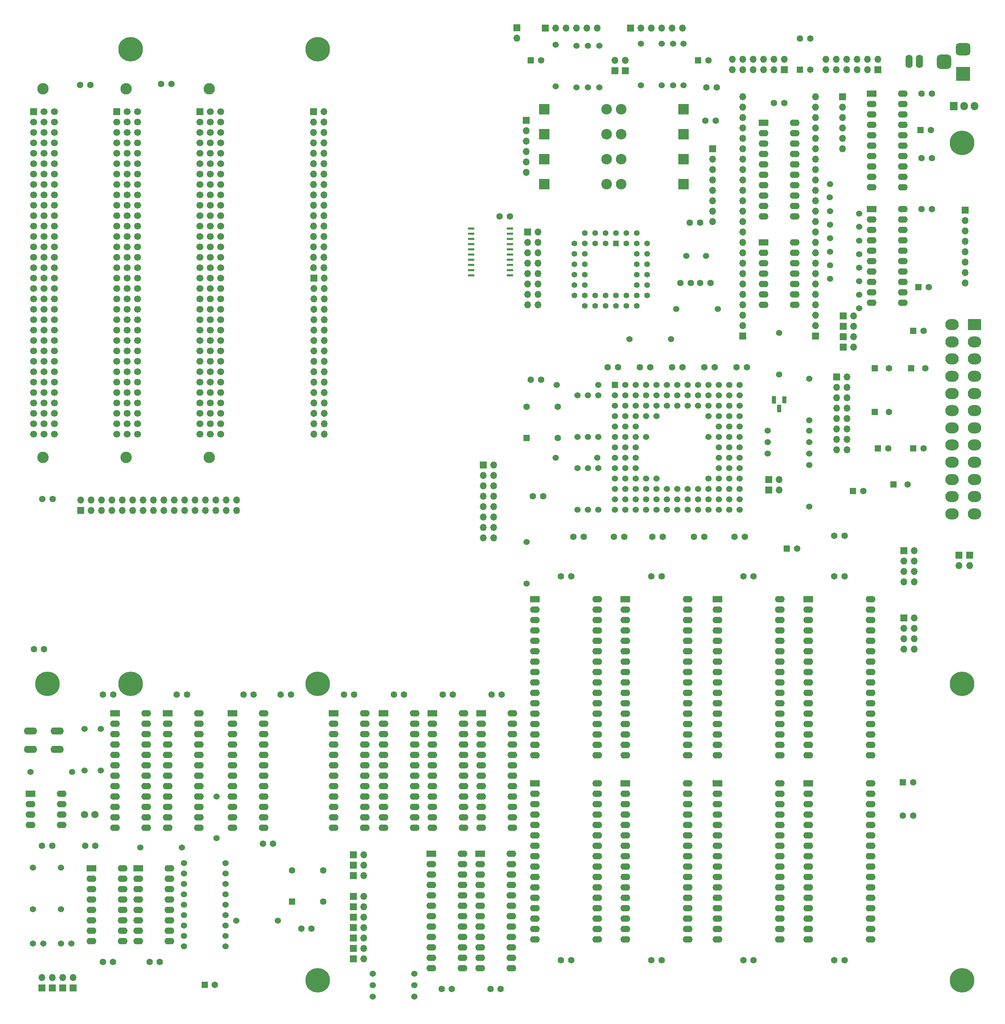
<source format=gbr>
G04 #@! TF.GenerationSoftware,KiCad,Pcbnew,(6.0.0-0)*
G04 #@! TF.CreationDate,2023-11-11T14:38:35+00:00*
G04 #@! TF.ProjectId,rosco_pro_030_proto,726f7363-6f5f-4707-926f-5f3033305f70,p5*
G04 #@! TF.SameCoordinates,Original*
G04 #@! TF.FileFunction,Soldermask,Top*
G04 #@! TF.FilePolarity,Negative*
%FSLAX46Y46*%
G04 Gerber Fmt 4.6, Leading zero omitted, Abs format (unit mm)*
G04 Created by KiCad (PCBNEW (6.0.0-0)) date 2023-11-11 14:38:35*
%MOMM*%
%LPD*%
G01*
G04 APERTURE LIST*
G04 Aperture macros list*
%AMRoundRect*
0 Rectangle with rounded corners*
0 $1 Rounding radius*
0 $2 $3 $4 $5 $6 $7 $8 $9 X,Y pos of 4 corners*
0 Add a 4 corners polygon primitive as box body*
4,1,4,$2,$3,$4,$5,$6,$7,$8,$9,$2,$3,0*
0 Add four circle primitives for the rounded corners*
1,1,$1+$1,$2,$3*
1,1,$1+$1,$4,$5*
1,1,$1+$1,$6,$7*
1,1,$1+$1,$8,$9*
0 Add four rect primitives between the rounded corners*
20,1,$1+$1,$2,$3,$4,$5,0*
20,1,$1+$1,$4,$5,$6,$7,0*
20,1,$1+$1,$6,$7,$8,$9,0*
20,1,$1+$1,$8,$9,$2,$3,0*%
G04 Aperture macros list end*
%ADD10C,1.600000*%
%ADD11R,2.400000X1.600000*%
%ADD12O,2.400000X1.600000*%
%ADD13R,1.422400X1.422400*%
%ADD14C,1.422400*%
%ADD15C,1.803400*%
%ADD16R,1.600000X1.600000*%
%ADD17R,2.600000X2.600000*%
%ADD18O,2.600000X2.600000*%
%ADD19R,1.524000X1.524000*%
%ADD20C,1.524000*%
%ADD21R,1.700000X1.700000*%
%ADD22O,1.700000X1.700000*%
%ADD23R,3.500000X3.500000*%
%ADD24RoundRect,0.750000X-1.000000X0.750000X-1.000000X-0.750000X1.000000X-0.750000X1.000000X0.750000X0*%
%ADD25RoundRect,0.875000X-0.875000X0.875000X-0.875000X-0.875000X0.875000X-0.875000X0.875000X0.875000X0*%
%ADD26O,1.727200X3.251200*%
%ADD27R,1.100000X1.800000*%
%ADD28RoundRect,0.275000X0.275000X0.625000X-0.275000X0.625000X-0.275000X-0.625000X0.275000X-0.625000X0*%
%ADD29C,6.000000*%
%ADD30R,1.905000X2.000000*%
%ADD31O,1.905000X2.000000*%
%ADD32RoundRect,0.250001X-1.399999X1.099999X-1.399999X-1.099999X1.399999X-1.099999X1.399999X1.099999X0*%
%ADD33O,3.300000X2.700000*%
%ADD34R,1.500000X0.600000*%
%ADD35O,3.251200X1.727200*%
%ADD36C,2.800000*%
%ADD37C,1.700000*%
G04 APERTURE END LIST*
D10*
X212809000Y-163704000D03*
X215309000Y-163704000D03*
X235003000Y-163704000D03*
X237503000Y-163704000D03*
X212809000Y-257430000D03*
X215309000Y-257430000D03*
X235003000Y-257430000D03*
X237503000Y-257430000D03*
D11*
X206434000Y-214250000D03*
D12*
X206434000Y-216790000D03*
X206434000Y-219330000D03*
X206434000Y-221870000D03*
X206434000Y-224410000D03*
X206434000Y-226950000D03*
X206434000Y-229490000D03*
X206434000Y-232030000D03*
X206434000Y-234570000D03*
X206434000Y-237110000D03*
X206434000Y-239650000D03*
X206434000Y-242190000D03*
X206434000Y-244730000D03*
X206434000Y-247270000D03*
X206434000Y-249810000D03*
X206434000Y-252350000D03*
X221674000Y-252350000D03*
X221674000Y-249810000D03*
X221674000Y-247270000D03*
X221674000Y-244730000D03*
X221674000Y-242190000D03*
X221674000Y-239650000D03*
X221674000Y-237110000D03*
X221674000Y-234570000D03*
X221674000Y-232030000D03*
X221674000Y-229490000D03*
X221674000Y-226950000D03*
X221674000Y-224410000D03*
X221674000Y-221870000D03*
X221674000Y-219330000D03*
X221674000Y-216790000D03*
X221674000Y-214250000D03*
D13*
X181660000Y-82424000D03*
D14*
X179120000Y-79884000D03*
X179120000Y-82424000D03*
X176580000Y-79884000D03*
X176580000Y-82424000D03*
X174040000Y-79884000D03*
X171500000Y-82424000D03*
X174040000Y-82424000D03*
X171500000Y-84964000D03*
X174040000Y-84964000D03*
X171500000Y-87504000D03*
X174040000Y-87504000D03*
X171500000Y-90044000D03*
X174040000Y-90044000D03*
X171500000Y-92584000D03*
X174040000Y-92584000D03*
X171500000Y-95124000D03*
X174040000Y-97664000D03*
X174040000Y-95124000D03*
X176580000Y-97664000D03*
X176580000Y-95124000D03*
X179120000Y-97664000D03*
X179120000Y-95124000D03*
X181660000Y-97664000D03*
X181660000Y-95124000D03*
X184200000Y-97664000D03*
X184200000Y-95124000D03*
X186740000Y-97664000D03*
X189280000Y-95124000D03*
X186740000Y-95124000D03*
X189280000Y-92584000D03*
X186740000Y-92584000D03*
X189280000Y-90044000D03*
X186740000Y-90044000D03*
X189280000Y-87504000D03*
X186740000Y-87504000D03*
X189280000Y-84964000D03*
X186740000Y-84964000D03*
X189280000Y-82424000D03*
X186740000Y-79884000D03*
X186740000Y-82424000D03*
X184200000Y-79884000D03*
X184200000Y-82424000D03*
X181660000Y-79884000D03*
D10*
X56234800Y-257811000D03*
X58734800Y-257811000D03*
X115173000Y-192533000D03*
X117673000Y-192533000D03*
X139303000Y-192533000D03*
X141803000Y-192533000D03*
D15*
X51777900Y-221882000D03*
X54317900Y-221882000D03*
D10*
X41388500Y-229515000D03*
X43888500Y-229515000D03*
X210616000Y-154052000D03*
X213116000Y-154052000D03*
X190550000Y-154052000D03*
X193050000Y-154052000D03*
X171246000Y-154052000D03*
X173746000Y-154052000D03*
X235000000Y-153798000D03*
X237500000Y-153798000D03*
X39399651Y-181484000D03*
X41899651Y-181484000D03*
X200710000Y-154052000D03*
X203210000Y-154052000D03*
X203250000Y-112650000D03*
X205750000Y-112650000D03*
X99730000Y-192533000D03*
X102230000Y-192533000D03*
D16*
X160832000Y-37720000D03*
D10*
X163332000Y-37720000D03*
X187502000Y-112650000D03*
X190002000Y-112650000D03*
D16*
X223431000Y-156896000D03*
D10*
X225931000Y-156896000D03*
D17*
X198170000Y-61850000D03*
D18*
X182930000Y-61850000D03*
D17*
X198170000Y-67946000D03*
D18*
X182930000Y-67946000D03*
D17*
X198170000Y-49658000D03*
D18*
X182930000Y-49658000D03*
D17*
X164134000Y-55754000D03*
D18*
X179374000Y-55754000D03*
D17*
X164134000Y-61850000D03*
D18*
X179374000Y-61850000D03*
D17*
X164134000Y-49658000D03*
D18*
X179374000Y-49658000D03*
D17*
X164134000Y-67946000D03*
D18*
X179374000Y-67946000D03*
D19*
X181406000Y-116968000D03*
D20*
X183946000Y-116968000D03*
X186486000Y-116968000D03*
X189026000Y-116968000D03*
X191566000Y-116968000D03*
X194106000Y-116968000D03*
X196646000Y-116968000D03*
X199186000Y-116968000D03*
X201726000Y-116968000D03*
X204266000Y-116968000D03*
X206806000Y-116968000D03*
X209346000Y-116968000D03*
X211886000Y-116968000D03*
X181406000Y-119508000D03*
X183946000Y-119508000D03*
X186486000Y-119508000D03*
X189026000Y-119508000D03*
X191566000Y-119508000D03*
X194106000Y-119508000D03*
X196646000Y-119508000D03*
X199186000Y-119508000D03*
X201726000Y-119508000D03*
X204266000Y-119508000D03*
X206806000Y-119508000D03*
X209346000Y-119508000D03*
X211886000Y-119508000D03*
X181406000Y-122048000D03*
X183946000Y-122048000D03*
X186486000Y-122048000D03*
X189026000Y-122048000D03*
X191566000Y-122048000D03*
X194106000Y-122048000D03*
X196646000Y-122048000D03*
X199186000Y-122048000D03*
X201726000Y-122048000D03*
X204266000Y-122048000D03*
X206806000Y-122048000D03*
X209346000Y-122048000D03*
X211886000Y-122048000D03*
X181406000Y-124588000D03*
X183946000Y-124588000D03*
X186486000Y-124588000D03*
X189026000Y-124588000D03*
X191566000Y-124588000D03*
X204266000Y-124588000D03*
X206806000Y-124588000D03*
X209346000Y-124588000D03*
X211886000Y-124588000D03*
X181406000Y-127128000D03*
X183946000Y-127128000D03*
X186486000Y-127128000D03*
X206806000Y-127128000D03*
X209346000Y-127128000D03*
X211886000Y-127128000D03*
X181406000Y-129668000D03*
X183946000Y-129668000D03*
X186486000Y-129668000D03*
X189026000Y-129668000D03*
X204266000Y-129668000D03*
X206806000Y-129668000D03*
X209346000Y-129668000D03*
X211886000Y-129668000D03*
X181406000Y-132208000D03*
X183946000Y-132208000D03*
X186486000Y-132208000D03*
X206806000Y-132208000D03*
X209346000Y-132208000D03*
X211886000Y-132208000D03*
X181406000Y-134748000D03*
X183946000Y-134748000D03*
X186486000Y-134748000D03*
X206806000Y-134748000D03*
X209346000Y-134748000D03*
X211886000Y-134748000D03*
X181406000Y-137288000D03*
X183946000Y-137288000D03*
X186486000Y-137288000D03*
X206806000Y-137288000D03*
X209346000Y-137288000D03*
X211886000Y-137288000D03*
X181406000Y-139828000D03*
X183946000Y-139828000D03*
X186486000Y-139828000D03*
X189026000Y-139828000D03*
X191566000Y-139828000D03*
X204266000Y-139828000D03*
X206806000Y-139828000D03*
X209346000Y-139828000D03*
X211886000Y-139828000D03*
X181406000Y-142368000D03*
X183946000Y-142368000D03*
X186486000Y-142368000D03*
X189026000Y-142368000D03*
X191566000Y-142368000D03*
X194106000Y-142368000D03*
X196646000Y-142368000D03*
X199186000Y-142368000D03*
X201726000Y-142368000D03*
X204266000Y-142368000D03*
X206806000Y-142368000D03*
X209346000Y-142368000D03*
X211886000Y-142368000D03*
X181406000Y-144908000D03*
X183946000Y-144908000D03*
X186486000Y-144908000D03*
X189026000Y-144908000D03*
X191566000Y-144908000D03*
X194106000Y-144908000D03*
X196646000Y-144908000D03*
X199186000Y-144908000D03*
X201726000Y-144908000D03*
X204266000Y-144908000D03*
X206806000Y-144908000D03*
X209346000Y-144908000D03*
X211886000Y-144908000D03*
X181406000Y-147448000D03*
X183946000Y-147448000D03*
X186486000Y-147448000D03*
X189026000Y-147448000D03*
X191566000Y-147448000D03*
X194106000Y-147448000D03*
X196646000Y-147448000D03*
X199186000Y-147448000D03*
X201726000Y-147448000D03*
X204266000Y-147448000D03*
X206806000Y-147448000D03*
X209346000Y-147448000D03*
X211886000Y-147448000D03*
D21*
X185216000Y-29846000D03*
D22*
X187756000Y-29846000D03*
X190296000Y-29846000D03*
X192836000Y-29846000D03*
X195376000Y-29846000D03*
X197916000Y-29846000D03*
D21*
X164388000Y-29846000D03*
D22*
X166928000Y-29846000D03*
X169468000Y-29846000D03*
X172008000Y-29846000D03*
X174548000Y-29846000D03*
X177088000Y-29846000D03*
D21*
X107747000Y-50279300D03*
D22*
X110287000Y-50279300D03*
X107747000Y-52819300D03*
X110287000Y-52819300D03*
X107747000Y-55359300D03*
X110287000Y-55359300D03*
X107747000Y-57899300D03*
X110287000Y-57899300D03*
X107747000Y-60439300D03*
X110287000Y-60439300D03*
X107747000Y-62979300D03*
X110287000Y-62979300D03*
X107747000Y-65519300D03*
X110287000Y-65519300D03*
X107747000Y-68059300D03*
X110287000Y-68059300D03*
X107747000Y-70599300D03*
X110287000Y-70599300D03*
X107747000Y-73139300D03*
X110287000Y-73139300D03*
X107747000Y-75679300D03*
X110287000Y-75679300D03*
X107747000Y-78219300D03*
X110287000Y-78219300D03*
X107747000Y-80759300D03*
X110287000Y-80759300D03*
X107747000Y-83299300D03*
X110287000Y-83299300D03*
X107747000Y-85839300D03*
X110287000Y-85839300D03*
X107747000Y-88379300D03*
X110287000Y-88379300D03*
D21*
X107785000Y-90919300D03*
D22*
X110325000Y-90919300D03*
X107785000Y-93459300D03*
X110325000Y-93459300D03*
X107785000Y-95999300D03*
X110325000Y-95999300D03*
X107785000Y-98539300D03*
X110325000Y-98539300D03*
X107785000Y-101079300D03*
X110325000Y-101079300D03*
X107785000Y-103619300D03*
X110325000Y-103619300D03*
X107785000Y-106159300D03*
X110325000Y-106159300D03*
X107785000Y-108699300D03*
X110325000Y-108699300D03*
X107785000Y-111239300D03*
X110325000Y-111239300D03*
X107785000Y-113779300D03*
X110325000Y-113779300D03*
X107785000Y-116319300D03*
X110325000Y-116319300D03*
X107785000Y-118859300D03*
X110325000Y-118859300D03*
X107785000Y-121399300D03*
X110325000Y-121399300D03*
X107785000Y-123939300D03*
X110325000Y-123939300D03*
X107785000Y-126479300D03*
X110325000Y-126479300D03*
X107785000Y-129019300D03*
X110325000Y-129019300D03*
D21*
X235560000Y-114980000D03*
D22*
X238100000Y-114980000D03*
X235560000Y-117520000D03*
X238100000Y-117520000D03*
X235560000Y-120060000D03*
X238100000Y-120060000D03*
X235560000Y-122600000D03*
X238100000Y-122600000D03*
X235560000Y-125140000D03*
X238100000Y-125140000D03*
X235560000Y-127680000D03*
X238100000Y-127680000D03*
X235560000Y-130220000D03*
X238100000Y-130220000D03*
X235560000Y-132760000D03*
X238100000Y-132760000D03*
D23*
X266496000Y-41022000D03*
D24*
X266496000Y-35022000D03*
D25*
X261796000Y-38022000D03*
D26*
X253288000Y-37974000D03*
X255828000Y-37974000D03*
D21*
X218998000Y-140082000D03*
D22*
X221538000Y-140082000D03*
D20*
X218744000Y-128144000D03*
X228904000Y-128144000D03*
X218744000Y-130938000D03*
X228904000Y-130938000D03*
X218744000Y-133732000D03*
X228904000Y-133732000D03*
X196392000Y-98426000D03*
X206552000Y-98426000D03*
X195630000Y-43816000D03*
X195630000Y-33656000D03*
X192836000Y-43816000D03*
X192836000Y-33656000D03*
X198170000Y-43816000D03*
X198170000Y-33656000D03*
X187756000Y-43816000D03*
X187756000Y-33656000D03*
X174802000Y-44324000D03*
X174802000Y-34164000D03*
X177596000Y-44324000D03*
X177596000Y-34164000D03*
X166928000Y-44070000D03*
X166928000Y-33910000D03*
X48754500Y-211404000D03*
X38594500Y-211404000D03*
X46024000Y-234824000D03*
X46024000Y-244984000D03*
X198805000Y-85472000D03*
X203631000Y-85472000D03*
D10*
X256336000Y-74042000D03*
X258836000Y-74042000D03*
X203758000Y-44324000D03*
X206258000Y-44324000D03*
X203504000Y-52452000D03*
X206004000Y-52452000D03*
D16*
X251764000Y-213996000D03*
D10*
X254264000Y-213996000D03*
D16*
X239572000Y-142876000D03*
D10*
X242072000Y-142876000D03*
X220278000Y-48134000D03*
X222778000Y-48134000D03*
X226618000Y-32386000D03*
X229118000Y-32386000D03*
D11*
X244144000Y-45848000D03*
D12*
X244144000Y-48388000D03*
X244144000Y-50928000D03*
X244144000Y-53468000D03*
X244144000Y-56008000D03*
X244144000Y-58548000D03*
X244144000Y-61088000D03*
X244144000Y-63628000D03*
X244144000Y-66168000D03*
X244144000Y-68708000D03*
X251764000Y-68708000D03*
X251764000Y-66168000D03*
X251764000Y-63628000D03*
X251764000Y-61088000D03*
X251764000Y-58548000D03*
X251764000Y-56008000D03*
X251764000Y-53468000D03*
X251764000Y-50928000D03*
X251764000Y-48388000D03*
X251764000Y-45848000D03*
D11*
X217728000Y-52960000D03*
D12*
X217728000Y-55500000D03*
X217728000Y-58040000D03*
X217728000Y-60580000D03*
X217728000Y-63120000D03*
X217728000Y-65660000D03*
X217728000Y-68200000D03*
X217728000Y-70740000D03*
X217728000Y-73280000D03*
X217728000Y-75820000D03*
X225348000Y-75820000D03*
X225348000Y-73280000D03*
X225348000Y-70740000D03*
X225348000Y-68200000D03*
X225348000Y-65660000D03*
X225348000Y-63120000D03*
X225348000Y-60580000D03*
X225348000Y-58040000D03*
X225348000Y-55500000D03*
X225348000Y-52960000D03*
D11*
X217728000Y-82170000D03*
D12*
X217728000Y-84710000D03*
X217728000Y-87250000D03*
X217728000Y-89790000D03*
X217728000Y-92330000D03*
X217728000Y-94870000D03*
X217728000Y-97410000D03*
X225348000Y-97410000D03*
X225348000Y-94870000D03*
X225348000Y-92330000D03*
X225348000Y-89790000D03*
X225348000Y-87250000D03*
X225348000Y-84710000D03*
X225348000Y-82170000D03*
D21*
X237032000Y-46610000D03*
D22*
X237032000Y-49150000D03*
X237032000Y-51690000D03*
X237032000Y-54230000D03*
X237032000Y-56770000D03*
X237032000Y-59310000D03*
D21*
X222808000Y-40006000D03*
D22*
X222808000Y-37466000D03*
X220268000Y-40006000D03*
X220268000Y-37466000D03*
X217728000Y-40006000D03*
X217728000Y-37466000D03*
X215188000Y-40006000D03*
X215188000Y-37466000D03*
X212648000Y-40006000D03*
X212648000Y-37466000D03*
X210108000Y-40006000D03*
X210108000Y-37466000D03*
D21*
X252018000Y-173874000D03*
D22*
X254558000Y-173874000D03*
X252018000Y-176414000D03*
X254558000Y-176414000D03*
X252018000Y-178954000D03*
X254558000Y-178954000D03*
X252018000Y-181494000D03*
X254558000Y-181494000D03*
D21*
X252018000Y-157390000D03*
D22*
X254558000Y-157390000D03*
X252018000Y-159930000D03*
X254558000Y-159930000D03*
X252018000Y-162470000D03*
X254558000Y-162470000D03*
X252018000Y-165010000D03*
X254558000Y-165010000D03*
D21*
X237188000Y-107748000D03*
D22*
X239728000Y-107748000D03*
D21*
X237204000Y-105208000D03*
D22*
X239744000Y-105208000D03*
D21*
X237188000Y-102668000D03*
D22*
X239728000Y-102668000D03*
D27*
X222808000Y-120632000D03*
D28*
X221538000Y-122702000D03*
X220268000Y-120632000D03*
D20*
X241132102Y-75094102D03*
X233947898Y-67909898D03*
X241096102Y-78360002D03*
X233911898Y-71175798D03*
X241132102Y-81698102D03*
X233947898Y-74513898D03*
X241132102Y-88302102D03*
X233947898Y-81117898D03*
X241132102Y-91604102D03*
X233947898Y-84419898D03*
X221538000Y-114428000D03*
X221538000Y-104268000D03*
D21*
X267004000Y-74296000D03*
D22*
X267004000Y-76836000D03*
X267004000Y-79376000D03*
X267004000Y-81916000D03*
X267004000Y-84456000D03*
X267004000Y-86996000D03*
X267004000Y-89536000D03*
X267004000Y-92076000D03*
D11*
X206434000Y-169292000D03*
D12*
X206434000Y-171832000D03*
X206434000Y-174372000D03*
X206434000Y-176912000D03*
X206434000Y-179452000D03*
X206434000Y-181992000D03*
X206434000Y-184532000D03*
X206434000Y-187072000D03*
X206434000Y-189612000D03*
X206434000Y-192152000D03*
X206434000Y-194692000D03*
X206434000Y-197232000D03*
X206434000Y-199772000D03*
X206434000Y-202312000D03*
X206434000Y-204852000D03*
X206434000Y-207392000D03*
X221674000Y-207392000D03*
X221674000Y-204852000D03*
X221674000Y-202312000D03*
X221674000Y-199772000D03*
X221674000Y-197232000D03*
X221674000Y-194692000D03*
X221674000Y-192152000D03*
X221674000Y-189612000D03*
X221674000Y-187072000D03*
X221674000Y-184532000D03*
X221674000Y-181992000D03*
X221674000Y-179452000D03*
X221674000Y-176912000D03*
X221674000Y-174372000D03*
X221674000Y-171832000D03*
X221674000Y-169292000D03*
D11*
X228628000Y-169292000D03*
D12*
X228628000Y-171832000D03*
X228628000Y-174372000D03*
X228628000Y-176912000D03*
X228628000Y-179452000D03*
X228628000Y-181992000D03*
X228628000Y-184532000D03*
X228628000Y-187072000D03*
X228628000Y-189612000D03*
X228628000Y-192152000D03*
X228628000Y-194692000D03*
X228628000Y-197232000D03*
X228628000Y-199772000D03*
X228628000Y-202312000D03*
X228628000Y-204852000D03*
X228628000Y-207392000D03*
X243868000Y-207392000D03*
X243868000Y-204852000D03*
X243868000Y-202312000D03*
X243868000Y-199772000D03*
X243868000Y-197232000D03*
X243868000Y-194692000D03*
X243868000Y-192152000D03*
X243868000Y-189612000D03*
X243868000Y-187072000D03*
X243868000Y-184532000D03*
X243868000Y-181992000D03*
X243868000Y-179452000D03*
X243868000Y-176912000D03*
X243868000Y-174372000D03*
X243868000Y-171832000D03*
X243868000Y-169292000D03*
D11*
X228628000Y-214250000D03*
D12*
X228628000Y-216790000D03*
X228628000Y-219330000D03*
X228628000Y-221870000D03*
X228628000Y-224410000D03*
X228628000Y-226950000D03*
X228628000Y-229490000D03*
X228628000Y-232030000D03*
X228628000Y-234570000D03*
X228628000Y-237110000D03*
X228628000Y-239650000D03*
X228628000Y-242190000D03*
X228628000Y-244730000D03*
X228628000Y-247270000D03*
X228628000Y-249810000D03*
X228628000Y-252350000D03*
X243868000Y-252350000D03*
X243868000Y-249810000D03*
X243868000Y-247270000D03*
X243868000Y-244730000D03*
X243868000Y-242190000D03*
X243868000Y-239650000D03*
X243868000Y-237110000D03*
X243868000Y-234570000D03*
X243868000Y-232030000D03*
X243868000Y-229490000D03*
X243868000Y-226950000D03*
X243868000Y-224410000D03*
X243868000Y-221870000D03*
X243868000Y-219330000D03*
X243868000Y-216790000D03*
X243868000Y-214250000D03*
D10*
X202234000Y-92076000D03*
X204734000Y-92076000D03*
X199694000Y-77344000D03*
X202194000Y-77344000D03*
X197408000Y-92076000D03*
X199908000Y-92076000D03*
D21*
X160070000Y-79630000D03*
D22*
X162610000Y-79630000D03*
X160070000Y-82170000D03*
X162610000Y-82170000D03*
X160070000Y-84710000D03*
X162610000Y-84710000D03*
X160070000Y-87250000D03*
X162610000Y-87250000D03*
X160070000Y-89790000D03*
X162610000Y-89790000D03*
X160070000Y-92330000D03*
X162610000Y-92330000D03*
X160070000Y-94870000D03*
X162610000Y-94870000D03*
X160070000Y-97410000D03*
X162610000Y-97410000D03*
D21*
X183946000Y-40260000D03*
D22*
X183946000Y-37720000D03*
D21*
X181406000Y-40260000D03*
D22*
X181406000Y-37720000D03*
D17*
X198170000Y-55754000D03*
D18*
X182930000Y-55754000D03*
D20*
X172008000Y-44324000D03*
X172008000Y-34164000D03*
D11*
X38594500Y-216815000D03*
D12*
X38594500Y-219355000D03*
X38594500Y-221895000D03*
X38594500Y-224435000D03*
X46214500Y-224435000D03*
X46214500Y-221895000D03*
X46214500Y-219355000D03*
X46214500Y-216815000D03*
D20*
X39166000Y-234824000D03*
X39166000Y-244984000D03*
D21*
X50838100Y-147599000D03*
D22*
X50838100Y-145059000D03*
X53378100Y-147599000D03*
X53378100Y-145059000D03*
X55918100Y-147599000D03*
X55918100Y-145059000D03*
X58458100Y-147599000D03*
X58458100Y-145059000D03*
X60998100Y-147599000D03*
X60998100Y-145059000D03*
X63538100Y-147599000D03*
X63538100Y-145059000D03*
X66078100Y-147599000D03*
X66078100Y-145059000D03*
X68618100Y-147599000D03*
X68618100Y-145059000D03*
X71158100Y-147599000D03*
X71158100Y-145059000D03*
X73698100Y-147599000D03*
X73698100Y-145059000D03*
X76238100Y-147599000D03*
X76238100Y-145059000D03*
X78778100Y-147599000D03*
X78778100Y-145059000D03*
X81318100Y-147599000D03*
X81318100Y-145059000D03*
X83858100Y-147599000D03*
X83858100Y-145059000D03*
X86398100Y-147599000D03*
X86398100Y-145059000D03*
X88938100Y-147599000D03*
X88938100Y-145059000D03*
D21*
X218998000Y-142622000D03*
D22*
X221538000Y-142622000D03*
D21*
X245665000Y-40006000D03*
D22*
X245665000Y-37466000D03*
X243125000Y-40006000D03*
X243125000Y-37466000D03*
X240585000Y-40006000D03*
X240585000Y-37466000D03*
X238045000Y-40006000D03*
X238045000Y-37466000D03*
X235505000Y-40006000D03*
X235505000Y-37466000D03*
X232965000Y-40006000D03*
X232965000Y-37466000D03*
D21*
X230428000Y-105030000D03*
D22*
X230428000Y-102490000D03*
X230428000Y-99950000D03*
X230428000Y-97410000D03*
X230428000Y-94870000D03*
X230428000Y-92330000D03*
X230428000Y-89790000D03*
X230428000Y-87250000D03*
X230428000Y-84710000D03*
X230428000Y-82170000D03*
X230428000Y-79630000D03*
X230428000Y-77090000D03*
X230428000Y-74550000D03*
X230428000Y-72010000D03*
X230428000Y-69470000D03*
X230428000Y-66930000D03*
X230428000Y-64390000D03*
X230428000Y-61850000D03*
X230428000Y-59310000D03*
X230428000Y-56770000D03*
X230428000Y-54230000D03*
X230428000Y-51690000D03*
X230428000Y-49150000D03*
X230428000Y-46610000D03*
D21*
X212628000Y-105030000D03*
D22*
X212628000Y-102490000D03*
X212628000Y-99950000D03*
X212628000Y-97410000D03*
X212628000Y-94870000D03*
X212628000Y-92330000D03*
X212628000Y-89790000D03*
X212628000Y-87250000D03*
X212628000Y-84710000D03*
X212628000Y-82170000D03*
X212628000Y-79630000D03*
X212628000Y-77090000D03*
X212628000Y-74550000D03*
X212628000Y-72010000D03*
X212628000Y-69470000D03*
X212628000Y-66930000D03*
X212628000Y-64390000D03*
X212628000Y-61850000D03*
X212628000Y-59310000D03*
X212628000Y-56770000D03*
X212628000Y-54230000D03*
X212628000Y-51690000D03*
X212628000Y-49150000D03*
X212628000Y-46610000D03*
D11*
X244144000Y-74042000D03*
D12*
X244144000Y-76582000D03*
X244144000Y-79122000D03*
X244144000Y-81662000D03*
X244144000Y-84202000D03*
X244144000Y-86742000D03*
X244144000Y-89282000D03*
X244144000Y-91822000D03*
X244144000Y-94362000D03*
X244144000Y-96902000D03*
X251764000Y-96902000D03*
X251764000Y-94362000D03*
X251764000Y-91822000D03*
X251764000Y-89282000D03*
X251764000Y-86742000D03*
X251764000Y-84202000D03*
X251764000Y-81662000D03*
X251764000Y-79122000D03*
X251764000Y-76582000D03*
X251764000Y-74042000D03*
D10*
X151241000Y-192533000D03*
X153741000Y-192533000D03*
D29*
X63000000Y-35000000D03*
X108720000Y-35000000D03*
X266200000Y-57860000D03*
X42680000Y-189940000D03*
X63000000Y-189940000D03*
X108720000Y-189940000D03*
X266200000Y-189940000D03*
X108720000Y-262330000D03*
X266200000Y-262330000D03*
D16*
X244906000Y-112904000D03*
D10*
X248406000Y-112904000D03*
D16*
X253796000Y-112904000D03*
D10*
X257296000Y-112904000D03*
D16*
X245668000Y-132462000D03*
D10*
X248168000Y-132462000D03*
X251764000Y-222124000D03*
X254264000Y-222124000D03*
D16*
X254304000Y-103760000D03*
D10*
X256804000Y-103760000D03*
D16*
X226618000Y-40006000D03*
D10*
X229118000Y-40006000D03*
D16*
X254304000Y-132462000D03*
D10*
X256804000Y-132462000D03*
D16*
X244906000Y-123572000D03*
D10*
X248406000Y-123572000D03*
D16*
X255574000Y-93092000D03*
D10*
X258074000Y-93092000D03*
X256336000Y-45848000D03*
X258836000Y-45848000D03*
X127365000Y-192533000D03*
X129865000Y-192533000D03*
X161340000Y-144146000D03*
X163840000Y-144146000D03*
X160832000Y-115698000D03*
X163332000Y-115698000D03*
X179628000Y-112650000D03*
X182128000Y-112650000D03*
X195376000Y-112650000D03*
X197876000Y-112650000D03*
X211124000Y-112650000D03*
X213624000Y-112650000D03*
D20*
X228904000Y-136526000D03*
X228904000Y-146686000D03*
X228904000Y-115444000D03*
X228904000Y-125604000D03*
X174802000Y-129668000D03*
X174802000Y-119508000D03*
X177342000Y-116968000D03*
X167182000Y-116968000D03*
X184962000Y-105792000D03*
X195122000Y-105792000D03*
X177088000Y-134748000D03*
X166928000Y-134748000D03*
X177342000Y-137288000D03*
X177342000Y-147448000D03*
X172262000Y-147448000D03*
X172262000Y-137288000D03*
X177342000Y-129668000D03*
X177342000Y-119508000D03*
X172262000Y-129668000D03*
X172262000Y-119508000D03*
X174802000Y-147448000D03*
X174802000Y-137288000D03*
D11*
X161848000Y-214250000D03*
D12*
X161848000Y-216790000D03*
X161848000Y-219330000D03*
X161848000Y-221870000D03*
X161848000Y-224410000D03*
X161848000Y-226950000D03*
X161848000Y-229490000D03*
X161848000Y-232030000D03*
X161848000Y-234570000D03*
X161848000Y-237110000D03*
X161848000Y-239650000D03*
X161848000Y-242190000D03*
X161848000Y-244730000D03*
X161848000Y-247270000D03*
X161848000Y-249810000D03*
X161848000Y-252350000D03*
X177088000Y-252350000D03*
X177088000Y-249810000D03*
X177088000Y-247270000D03*
X177088000Y-244730000D03*
X177088000Y-242190000D03*
X177088000Y-239650000D03*
X177088000Y-237110000D03*
X177088000Y-234570000D03*
X177088000Y-232030000D03*
X177088000Y-229490000D03*
X177088000Y-226950000D03*
X177088000Y-224410000D03*
X177088000Y-221870000D03*
X177088000Y-219330000D03*
X177088000Y-216790000D03*
X177088000Y-214250000D03*
D11*
X183946000Y-214250000D03*
D12*
X183946000Y-216790000D03*
X183946000Y-219330000D03*
X183946000Y-221870000D03*
X183946000Y-224410000D03*
X183946000Y-226950000D03*
X183946000Y-229490000D03*
X183946000Y-232030000D03*
X183946000Y-234570000D03*
X183946000Y-237110000D03*
X183946000Y-239650000D03*
X183946000Y-242190000D03*
X183946000Y-244730000D03*
X183946000Y-247270000D03*
X183946000Y-249810000D03*
X183946000Y-252350000D03*
X199186000Y-252350000D03*
X199186000Y-249810000D03*
X199186000Y-247270000D03*
X199186000Y-244730000D03*
X199186000Y-242190000D03*
X199186000Y-239650000D03*
X199186000Y-237110000D03*
X199186000Y-234570000D03*
X199186000Y-232030000D03*
X199186000Y-229490000D03*
X199186000Y-226950000D03*
X199186000Y-224410000D03*
X199186000Y-221870000D03*
X199186000Y-219330000D03*
X199186000Y-216790000D03*
X199186000Y-214250000D03*
D10*
X168223000Y-163704000D03*
X170723000Y-163704000D03*
X190296000Y-163704000D03*
X192796000Y-163704000D03*
X168223000Y-257430000D03*
X170723000Y-257430000D03*
X190321000Y-257430000D03*
X192821000Y-257430000D03*
D11*
X161848000Y-169292000D03*
D12*
X161848000Y-171832000D03*
X161848000Y-174372000D03*
X161848000Y-176912000D03*
X161848000Y-179452000D03*
X161848000Y-181992000D03*
X161848000Y-184532000D03*
X161848000Y-187072000D03*
X161848000Y-189612000D03*
X161848000Y-192152000D03*
X161848000Y-194692000D03*
X161848000Y-197232000D03*
X161848000Y-199772000D03*
X161848000Y-202312000D03*
X161848000Y-204852000D03*
X161848000Y-207392000D03*
X177088000Y-207392000D03*
X177088000Y-204852000D03*
X177088000Y-202312000D03*
X177088000Y-199772000D03*
X177088000Y-197232000D03*
X177088000Y-194692000D03*
X177088000Y-192152000D03*
X177088000Y-189612000D03*
X177088000Y-187072000D03*
X177088000Y-184532000D03*
X177088000Y-181992000D03*
X177088000Y-179452000D03*
X177088000Y-176912000D03*
X177088000Y-174372000D03*
X177088000Y-171832000D03*
X177088000Y-169292000D03*
D11*
X183946000Y-169292000D03*
D12*
X183946000Y-171832000D03*
X183946000Y-174372000D03*
X183946000Y-176912000D03*
X183946000Y-179452000D03*
X183946000Y-181992000D03*
X183946000Y-184532000D03*
X183946000Y-187072000D03*
X183946000Y-189612000D03*
X183946000Y-192152000D03*
X183946000Y-194692000D03*
X183946000Y-197232000D03*
X183946000Y-199772000D03*
X183946000Y-202312000D03*
X183946000Y-204852000D03*
X183946000Y-207392000D03*
X199186000Y-207392000D03*
X199186000Y-204852000D03*
X199186000Y-202312000D03*
X199186000Y-199772000D03*
X199186000Y-197232000D03*
X199186000Y-194692000D03*
X199186000Y-192152000D03*
X199186000Y-189612000D03*
X199186000Y-187072000D03*
X199186000Y-184532000D03*
X199186000Y-181992000D03*
X199186000Y-179452000D03*
X199186000Y-176912000D03*
X199186000Y-174372000D03*
X199186000Y-171832000D03*
X199186000Y-169292000D03*
D20*
X241132102Y-94906102D03*
X233947898Y-87721898D03*
X241132102Y-85000102D03*
X233947898Y-77815898D03*
X241132102Y-98208102D03*
X233947898Y-91023898D03*
D21*
X205282000Y-59310000D03*
D22*
X205282000Y-61850000D03*
X205282000Y-64390000D03*
X205282000Y-66930000D03*
X205282000Y-69470000D03*
X205282000Y-72010000D03*
X205282000Y-74550000D03*
X205282000Y-77090000D03*
D21*
X149238000Y-136474000D03*
D22*
X151778000Y-136474000D03*
X149238000Y-139014000D03*
X151778000Y-139014000D03*
X149238000Y-141554000D03*
X151778000Y-141554000D03*
X149238000Y-144094000D03*
X151778000Y-144094000D03*
X149238000Y-146634000D03*
X151778000Y-146634000D03*
X149238000Y-149174000D03*
X151778000Y-149174000D03*
X149238000Y-151714000D03*
X151778000Y-151714000D03*
X149238000Y-154254000D03*
X151778000Y-154254000D03*
D10*
X256336000Y-61596000D03*
X258836000Y-61596000D03*
D16*
X256082000Y-54738000D03*
D10*
X258582000Y-54738000D03*
D30*
X264210000Y-48896000D03*
D31*
X266750000Y-48896000D03*
X269290000Y-48896000D03*
D32*
X269290000Y-102236000D03*
D33*
X269290000Y-106436000D03*
X269290000Y-110636000D03*
X269290000Y-114836000D03*
X269290000Y-119036000D03*
X269290000Y-123236000D03*
X269290000Y-127436000D03*
X269290000Y-131636000D03*
X269290000Y-135836000D03*
X269290000Y-140036000D03*
X269290000Y-144236000D03*
X269290000Y-148436000D03*
X263790000Y-102236000D03*
X263790000Y-106436000D03*
X263790000Y-110636000D03*
X263790000Y-114836000D03*
X263790000Y-119036000D03*
X263790000Y-123236000D03*
X263790000Y-127436000D03*
X263790000Y-131636000D03*
X263790000Y-135836000D03*
X263790000Y-140036000D03*
X263790000Y-144236000D03*
X263790000Y-148436000D03*
D21*
X43942000Y-264160000D03*
D22*
X43942000Y-261620000D03*
D21*
X157460000Y-29730000D03*
D22*
X157460000Y-32270000D03*
D10*
X153212000Y-75820000D03*
X155712000Y-75820000D03*
D34*
X146250000Y-78783000D03*
X146250000Y-80053000D03*
X146250000Y-81323000D03*
X146250000Y-82593000D03*
X146250000Y-83863000D03*
X146250000Y-85133000D03*
X146250000Y-86403000D03*
X146250000Y-87673000D03*
X146250000Y-88943000D03*
X146250000Y-90213000D03*
X155750000Y-90213000D03*
X155750000Y-88943000D03*
X155750000Y-87673000D03*
X155750000Y-86403000D03*
X155750000Y-85133000D03*
X155750000Y-83863000D03*
X155750000Y-82593000D03*
X155750000Y-81323000D03*
X155750000Y-80053000D03*
X155750000Y-78783000D03*
D20*
X39166000Y-253366000D03*
X41706000Y-253366000D03*
X46024000Y-253366000D03*
X48564000Y-253366000D03*
D35*
X38594500Y-201447400D03*
X45096900Y-201447400D03*
X38594500Y-205968600D03*
X45096900Y-205968600D03*
D16*
X201726000Y-37720000D03*
D10*
X204226000Y-37720000D03*
X181152000Y-154052000D03*
X183652000Y-154052000D03*
X51920000Y-229480000D03*
X54420000Y-229480000D03*
D21*
X265518000Y-158545000D03*
D22*
X265518000Y-161085000D03*
D21*
X268072000Y-158545000D03*
D22*
X268072000Y-161085000D03*
D20*
X159816000Y-155270000D03*
X159816000Y-165430000D03*
D16*
X159816000Y-129922000D03*
D10*
X167436000Y-129922000D03*
X167436000Y-122302000D03*
X159816000Y-122302000D03*
D20*
X99009200Y-247777000D03*
X88849200Y-247777000D03*
D10*
X150987000Y-264415000D03*
X153487000Y-264415000D03*
X139049000Y-264415000D03*
X141549000Y-264415000D03*
X74333100Y-192533000D03*
X76833100Y-192533000D03*
X90614500Y-192533000D03*
X93114500Y-192533000D03*
D16*
X81126800Y-263399000D03*
D10*
X83626800Y-263399000D03*
D11*
X136753000Y-197105000D03*
D12*
X136753000Y-199645000D03*
X136753000Y-202185000D03*
X136753000Y-204725000D03*
X136753000Y-207265000D03*
X136753000Y-209805000D03*
X136753000Y-212345000D03*
X136753000Y-214885000D03*
X136753000Y-217425000D03*
X136753000Y-219965000D03*
X136753000Y-222505000D03*
X136753000Y-225045000D03*
X144373000Y-225045000D03*
X144373000Y-222505000D03*
X144373000Y-219965000D03*
X144373000Y-217425000D03*
X144373000Y-214885000D03*
X144373000Y-212345000D03*
X144373000Y-209805000D03*
X144373000Y-207265000D03*
X144373000Y-204725000D03*
X144373000Y-202185000D03*
X144373000Y-199645000D03*
X144373000Y-197105000D03*
D11*
X148691000Y-197105000D03*
D12*
X148691000Y-199645000D03*
X148691000Y-202185000D03*
X148691000Y-204725000D03*
X148691000Y-207265000D03*
X148691000Y-209805000D03*
X148691000Y-212345000D03*
X148691000Y-214885000D03*
X148691000Y-217425000D03*
X148691000Y-219965000D03*
X148691000Y-222505000D03*
X148691000Y-225045000D03*
X156311000Y-225045000D03*
X156311000Y-222505000D03*
X156311000Y-219965000D03*
X156311000Y-217425000D03*
X156311000Y-214885000D03*
X156311000Y-212345000D03*
X156311000Y-209805000D03*
X156311000Y-207265000D03*
X156311000Y-204725000D03*
X156311000Y-202185000D03*
X156311000Y-199645000D03*
X156311000Y-197105000D03*
D11*
X148437000Y-231395000D03*
D12*
X148437000Y-233935000D03*
X148437000Y-236475000D03*
X148437000Y-239015000D03*
X148437000Y-241555000D03*
X148437000Y-244095000D03*
X148437000Y-246635000D03*
X148437000Y-249175000D03*
X148437000Y-251715000D03*
X148437000Y-254255000D03*
X148437000Y-256795000D03*
X148437000Y-259335000D03*
X156057000Y-259335000D03*
X156057000Y-256795000D03*
X156057000Y-254255000D03*
X156057000Y-251715000D03*
X156057000Y-249175000D03*
X156057000Y-246635000D03*
X156057000Y-244095000D03*
X156057000Y-241555000D03*
X156057000Y-239015000D03*
X156057000Y-236475000D03*
X156057000Y-233935000D03*
X156057000Y-231395000D03*
D11*
X136499000Y-231395000D03*
D12*
X136499000Y-233935000D03*
X136499000Y-236475000D03*
X136499000Y-239015000D03*
X136499000Y-241555000D03*
X136499000Y-244095000D03*
X136499000Y-246635000D03*
X136499000Y-249175000D03*
X136499000Y-251715000D03*
X136499000Y-254255000D03*
X136499000Y-256795000D03*
X136499000Y-259335000D03*
X144119000Y-259335000D03*
X144119000Y-256795000D03*
X144119000Y-254255000D03*
X144119000Y-251715000D03*
X144119000Y-249175000D03*
X144119000Y-246635000D03*
X144119000Y-244095000D03*
X144119000Y-241555000D03*
X144119000Y-239015000D03*
X144119000Y-236475000D03*
X144119000Y-233935000D03*
X144119000Y-231395000D03*
D20*
X75538800Y-229871000D03*
X65378800Y-229871000D03*
X84074000Y-217424000D03*
X84074000Y-227584000D03*
X122224000Y-260694000D03*
X132384000Y-260694000D03*
X122224000Y-263488000D03*
X132384000Y-263488000D03*
X86206800Y-251461000D03*
X76046800Y-251461000D03*
X86206800Y-248921000D03*
X76046800Y-248921000D03*
X86206800Y-241301000D03*
X76046800Y-241301000D03*
X86206800Y-233681000D03*
X76046800Y-233681000D03*
X86206800Y-236221000D03*
X76046800Y-236221000D03*
X86206800Y-238761000D03*
X76046800Y-238761000D03*
X86206800Y-243841000D03*
X76046800Y-243841000D03*
X86206800Y-254001000D03*
X76046800Y-254001000D03*
X76046800Y-246381000D03*
X86206800Y-246381000D03*
D21*
X117512000Y-231649000D03*
D22*
X120052000Y-231649000D03*
D21*
X117512000Y-234189000D03*
D22*
X120052000Y-234189000D03*
D21*
X117512000Y-236729000D03*
D22*
X120052000Y-236729000D03*
D21*
X117512000Y-241809000D03*
D22*
X120052000Y-241809000D03*
D21*
X117512000Y-244349000D03*
D22*
X120052000Y-244349000D03*
D21*
X117512000Y-246889000D03*
D22*
X120052000Y-246889000D03*
D21*
X117512000Y-249429000D03*
D22*
X120052000Y-249429000D03*
D21*
X117512000Y-251969000D03*
D22*
X120052000Y-251969000D03*
D21*
X117512000Y-254509000D03*
D22*
X120052000Y-254509000D03*
D21*
X117512000Y-257049000D03*
D22*
X120052000Y-257049000D03*
D10*
X67664800Y-257811000D03*
X70164800Y-257811000D03*
D11*
X112623000Y-197105000D03*
D12*
X112623000Y-199645000D03*
X112623000Y-202185000D03*
X112623000Y-204725000D03*
X112623000Y-207265000D03*
X112623000Y-209805000D03*
X112623000Y-212345000D03*
X112623000Y-214885000D03*
X112623000Y-217425000D03*
X112623000Y-219965000D03*
X112623000Y-222505000D03*
X112623000Y-225045000D03*
X120243000Y-225045000D03*
X120243000Y-222505000D03*
X120243000Y-219965000D03*
X120243000Y-217425000D03*
X120243000Y-214885000D03*
X120243000Y-212345000D03*
X120243000Y-209805000D03*
X120243000Y-207265000D03*
X120243000Y-204725000D03*
X120243000Y-202185000D03*
X120243000Y-199645000D03*
X120243000Y-197105000D03*
D11*
X124815000Y-197105000D03*
D12*
X124815000Y-199645000D03*
X124815000Y-202185000D03*
X124815000Y-204725000D03*
X124815000Y-207265000D03*
X124815000Y-209805000D03*
X124815000Y-212345000D03*
X124815000Y-214885000D03*
X124815000Y-217425000D03*
X124815000Y-219965000D03*
X124815000Y-222505000D03*
X124815000Y-225045000D03*
X132435000Y-225045000D03*
X132435000Y-222505000D03*
X132435000Y-219965000D03*
X132435000Y-217425000D03*
X132435000Y-214885000D03*
X132435000Y-212345000D03*
X132435000Y-209805000D03*
X132435000Y-207265000D03*
X132435000Y-204725000D03*
X132435000Y-202185000D03*
X132435000Y-199645000D03*
X132435000Y-197105000D03*
D20*
X122224000Y-266282000D03*
X132384000Y-266282000D03*
D11*
X53440800Y-234951000D03*
D12*
X53440800Y-237491000D03*
X53440800Y-240031000D03*
X53440800Y-242571000D03*
X53440800Y-245111000D03*
X53440800Y-247651000D03*
X53440800Y-250191000D03*
X53440800Y-252731000D03*
X61060800Y-252731000D03*
X61060800Y-250191000D03*
X61060800Y-247651000D03*
X61060800Y-245111000D03*
X61060800Y-242571000D03*
X61060800Y-240031000D03*
X61060800Y-237491000D03*
X61060800Y-234951000D03*
D11*
X64870800Y-234951000D03*
D12*
X64870800Y-237491000D03*
X64870800Y-240031000D03*
X64870800Y-242571000D03*
X64870800Y-245111000D03*
X64870800Y-247651000D03*
X64870800Y-250191000D03*
X64870800Y-252731000D03*
X72490800Y-252731000D03*
X72490800Y-250191000D03*
X72490800Y-247651000D03*
X72490800Y-245111000D03*
X72490800Y-242571000D03*
X72490800Y-240031000D03*
X72490800Y-237491000D03*
X72490800Y-234951000D03*
D10*
X50711100Y-43700700D03*
X53211100Y-43700700D03*
X41452000Y-144780000D03*
X43952000Y-144780000D03*
X104749000Y-249683000D03*
X107249000Y-249683000D03*
X97840800Y-228981000D03*
X95340800Y-228981000D03*
D11*
X87934800Y-197105000D03*
D12*
X87934800Y-199645000D03*
X87934800Y-202185000D03*
X87934800Y-204725000D03*
X87934800Y-207265000D03*
X87934800Y-209805000D03*
X87934800Y-212345000D03*
X87934800Y-214885000D03*
X87934800Y-217425000D03*
X87934800Y-219965000D03*
X87934800Y-222505000D03*
X87934800Y-225045000D03*
X95554800Y-225045000D03*
X95554800Y-222505000D03*
X95554800Y-219965000D03*
X95554800Y-217425000D03*
X95554800Y-214885000D03*
X95554800Y-212345000D03*
X95554800Y-209805000D03*
X95554800Y-207265000D03*
X95554800Y-204725000D03*
X95554800Y-202185000D03*
X95554800Y-199645000D03*
X95554800Y-197105000D03*
D11*
X72112800Y-197105000D03*
D12*
X72112800Y-199645000D03*
X72112800Y-202185000D03*
X72112800Y-204725000D03*
X72112800Y-207265000D03*
X72112800Y-209805000D03*
X72112800Y-212345000D03*
X72112800Y-214885000D03*
X72112800Y-217425000D03*
X72112800Y-219965000D03*
X72112800Y-222505000D03*
X72112800Y-225045000D03*
X79732800Y-225045000D03*
X79732800Y-222505000D03*
X79732800Y-219965000D03*
X79732800Y-217425000D03*
X79732800Y-214885000D03*
X79732800Y-212345000D03*
X79732800Y-209805000D03*
X79732800Y-207265000D03*
X79732800Y-204725000D03*
X79732800Y-202185000D03*
X79732800Y-199645000D03*
X79732800Y-197105000D03*
D10*
X70510400Y-43484800D03*
X73010400Y-43484800D03*
D16*
X102463000Y-243079000D03*
D10*
X110083000Y-243079000D03*
X110083000Y-235459000D03*
X102463000Y-235459000D03*
D20*
X51790600Y-211087000D03*
X51790600Y-200927000D03*
D21*
X237211000Y-100127000D03*
D22*
X239751000Y-100127000D03*
D36*
X41610000Y-44649300D03*
X41610000Y-134649300D03*
D21*
X39370000Y-50279300D03*
D37*
X39370000Y-52819300D03*
X39370000Y-55359300D03*
X39370000Y-57899300D03*
X39370000Y-60439300D03*
X39370000Y-62979300D03*
X39370000Y-65519300D03*
X39370000Y-68059300D03*
X39370000Y-70599300D03*
X39370000Y-73139300D03*
X39370000Y-75679300D03*
X39370000Y-78219300D03*
X39370000Y-80759300D03*
X39370000Y-83299300D03*
X39370000Y-85839300D03*
X39370000Y-88379300D03*
X39370000Y-90919300D03*
X39370000Y-93459300D03*
X39370000Y-95999300D03*
X39370000Y-98539300D03*
X39370000Y-101079300D03*
X39370000Y-103619300D03*
X39370000Y-106159300D03*
X39370000Y-108699300D03*
X39370000Y-111239300D03*
X39370000Y-113779300D03*
X39370000Y-116319300D03*
X39370000Y-118859300D03*
X39370000Y-121399300D03*
X39370000Y-123939300D03*
X39370000Y-126479300D03*
X39370000Y-129019300D03*
X41910000Y-50279300D03*
X41910000Y-52819300D03*
X41910000Y-55359300D03*
X41910000Y-57899300D03*
X41910000Y-60439300D03*
X41910000Y-62979300D03*
X41910000Y-65519300D03*
X41910000Y-68059300D03*
X41910000Y-70599300D03*
X41910000Y-73139300D03*
X41910000Y-75679300D03*
X41910000Y-78219300D03*
X41910000Y-80759300D03*
X41910000Y-83299300D03*
X41910000Y-85839300D03*
X41910000Y-88379300D03*
X41910000Y-90919300D03*
X41910000Y-93459300D03*
X41910000Y-95999300D03*
X41910000Y-98539300D03*
X41910000Y-101079300D03*
X41910000Y-103619300D03*
X41910000Y-106159300D03*
X41910000Y-108699300D03*
X41910000Y-111239300D03*
X41910000Y-113779300D03*
X41910000Y-116319300D03*
X41910000Y-118859300D03*
X41910000Y-121399300D03*
X41910000Y-123939300D03*
X41910000Y-126479300D03*
X41910000Y-129019300D03*
X44450000Y-50279300D03*
X44450000Y-52819300D03*
X44450000Y-55359300D03*
X44450000Y-57899300D03*
X44450000Y-60439300D03*
X44450000Y-62979300D03*
X44450000Y-65519300D03*
X44450000Y-68059300D03*
X44450000Y-70599300D03*
X44450000Y-73139300D03*
X44450000Y-75679300D03*
X44450000Y-78219300D03*
X44450000Y-80759300D03*
X44450000Y-83299300D03*
X44450000Y-85839300D03*
X44450000Y-88379300D03*
X44450000Y-90919300D03*
X44450000Y-93459300D03*
X44450000Y-95999300D03*
X44450000Y-98539300D03*
X44450000Y-101079300D03*
X44450000Y-103619300D03*
X44450000Y-106159300D03*
X44450000Y-108699300D03*
X44450000Y-111239300D03*
X44450000Y-113779300D03*
X44450000Y-116319300D03*
X44450000Y-118859300D03*
X44450000Y-121399300D03*
X44450000Y-123939300D03*
X44450000Y-126479300D03*
X44450000Y-129019300D03*
D36*
X82250000Y-44649300D03*
X82250000Y-134649300D03*
D21*
X80010000Y-50279300D03*
D37*
X80010000Y-52819300D03*
X80010000Y-55359300D03*
X80010000Y-57899300D03*
X80010000Y-60439300D03*
X80010000Y-62979300D03*
X80010000Y-65519300D03*
X80010000Y-68059300D03*
X80010000Y-70599300D03*
X80010000Y-73139300D03*
X80010000Y-75679300D03*
X80010000Y-78219300D03*
X80010000Y-80759300D03*
X80010000Y-83299300D03*
X80010000Y-85839300D03*
X80010000Y-88379300D03*
X80010000Y-90919300D03*
X80010000Y-93459300D03*
X80010000Y-95999300D03*
X80010000Y-98539300D03*
X80010000Y-101079300D03*
X80010000Y-103619300D03*
X80010000Y-106159300D03*
X80010000Y-108699300D03*
X80010000Y-111239300D03*
X80010000Y-113779300D03*
X80010000Y-116319300D03*
X80010000Y-118859300D03*
X80010000Y-121399300D03*
X80010000Y-123939300D03*
X80010000Y-126479300D03*
X80010000Y-129019300D03*
X82550000Y-50279300D03*
X82550000Y-52819300D03*
X82550000Y-55359300D03*
X82550000Y-57899300D03*
X82550000Y-60439300D03*
X82550000Y-62979300D03*
X82550000Y-65519300D03*
X82550000Y-68059300D03*
X82550000Y-70599300D03*
X82550000Y-73139300D03*
X82550000Y-75679300D03*
X82550000Y-78219300D03*
X82550000Y-80759300D03*
X82550000Y-83299300D03*
X82550000Y-85839300D03*
X82550000Y-88379300D03*
X82550000Y-90919300D03*
X82550000Y-93459300D03*
X82550000Y-95999300D03*
X82550000Y-98539300D03*
X82550000Y-101079300D03*
X82550000Y-103619300D03*
X82550000Y-106159300D03*
X82550000Y-108699300D03*
X82550000Y-111239300D03*
X82550000Y-113779300D03*
X82550000Y-116319300D03*
X82550000Y-118859300D03*
X82550000Y-121399300D03*
X82550000Y-123939300D03*
X82550000Y-126479300D03*
X82550000Y-129019300D03*
X85090000Y-50279300D03*
X85090000Y-52819300D03*
X85090000Y-55359300D03*
X85090000Y-57899300D03*
X85090000Y-60439300D03*
X85090000Y-62979300D03*
X85090000Y-65519300D03*
X85090000Y-68059300D03*
X85090000Y-70599300D03*
X85090000Y-73139300D03*
X85090000Y-75679300D03*
X85090000Y-78219300D03*
X85090000Y-80759300D03*
X85090000Y-83299300D03*
X85090000Y-85839300D03*
X85090000Y-88379300D03*
X85090000Y-90919300D03*
X85090000Y-93459300D03*
X85090000Y-95999300D03*
X85090000Y-98539300D03*
X85090000Y-101079300D03*
X85090000Y-103619300D03*
X85090000Y-106159300D03*
X85090000Y-108699300D03*
X85090000Y-111239300D03*
X85090000Y-113779300D03*
X85090000Y-116319300D03*
X85090000Y-118859300D03*
X85090000Y-121399300D03*
X85090000Y-123939300D03*
X85090000Y-126479300D03*
X85090000Y-129019300D03*
D21*
X159710000Y-52330000D03*
D22*
X159710000Y-54870000D03*
X159710000Y-57410000D03*
X159710000Y-59950000D03*
X159710000Y-62490000D03*
X159710000Y-65030000D03*
D36*
X61930000Y-134649300D03*
X61930000Y-44649300D03*
D21*
X59690000Y-50279300D03*
D37*
X59690000Y-52819300D03*
X59690000Y-55359300D03*
X59690000Y-57899300D03*
X59690000Y-60439300D03*
X59690000Y-62979300D03*
X59690000Y-65519300D03*
X59690000Y-68059300D03*
X59690000Y-70599300D03*
X59690000Y-73139300D03*
X59690000Y-75679300D03*
X59690000Y-78219300D03*
X59690000Y-80759300D03*
X59690000Y-83299300D03*
X59690000Y-85839300D03*
X59690000Y-88379300D03*
X59690000Y-90919300D03*
X59690000Y-93459300D03*
X59690000Y-95999300D03*
X59690000Y-98539300D03*
X59690000Y-101079300D03*
X59690000Y-103619300D03*
X59690000Y-106159300D03*
X59690000Y-108699300D03*
X59690000Y-111239300D03*
X59690000Y-113779300D03*
X59690000Y-116319300D03*
X59690000Y-118859300D03*
X59690000Y-121399300D03*
X59690000Y-123939300D03*
X59690000Y-126479300D03*
X59690000Y-129019300D03*
X62230000Y-50279300D03*
X62230000Y-52819300D03*
X62230000Y-55359300D03*
X62230000Y-57899300D03*
X62230000Y-60439300D03*
X62230000Y-62979300D03*
X62230000Y-65519300D03*
X62230000Y-68059300D03*
X62230000Y-70599300D03*
X62230000Y-73139300D03*
X62230000Y-75679300D03*
X62230000Y-78219300D03*
X62230000Y-80759300D03*
X62230000Y-83299300D03*
X62230000Y-85839300D03*
X62230000Y-88379300D03*
X62230000Y-90919300D03*
X62230000Y-93459300D03*
X62230000Y-95999300D03*
X62230000Y-98539300D03*
X62230000Y-101079300D03*
X62230000Y-103619300D03*
X62230000Y-106159300D03*
X62230000Y-108699300D03*
X62230000Y-111239300D03*
X62230000Y-113779300D03*
X62230000Y-116319300D03*
X62230000Y-118859300D03*
X62230000Y-121399300D03*
X62230000Y-123939300D03*
X62230000Y-126479300D03*
X62230000Y-129019300D03*
X64770000Y-50279300D03*
X64770000Y-52819300D03*
X64770000Y-55359300D03*
X64770000Y-57899300D03*
X64770000Y-60439300D03*
X64770000Y-62979300D03*
X64770000Y-65519300D03*
X64770000Y-68059300D03*
X64770000Y-70599300D03*
X64770000Y-73139300D03*
X64770000Y-75679300D03*
X64770000Y-78219300D03*
X64770000Y-80759300D03*
X64770000Y-83299300D03*
X64770000Y-85839300D03*
X64770000Y-88379300D03*
X64770000Y-90919300D03*
X64770000Y-93459300D03*
X64770000Y-95999300D03*
X64770000Y-98539300D03*
X64770000Y-101079300D03*
X64770000Y-103619300D03*
X64770000Y-106159300D03*
X64770000Y-108699300D03*
X64770000Y-111239300D03*
X64770000Y-113779300D03*
X64770000Y-116319300D03*
X64770000Y-118859300D03*
X64770000Y-121399300D03*
X64770000Y-123939300D03*
X64770000Y-126479300D03*
X64770000Y-129019300D03*
D21*
X46482000Y-264160000D03*
D22*
X46482000Y-261620000D03*
D21*
X41402000Y-264160000D03*
D22*
X41402000Y-261620000D03*
D21*
X49022000Y-264160000D03*
D22*
X49022000Y-261620000D03*
D16*
X249440000Y-141240000D03*
D10*
X252940000Y-141240000D03*
X56290000Y-192533000D03*
X58790000Y-192533000D03*
D20*
X55720000Y-211087000D03*
X55720000Y-200927000D03*
D11*
X59240000Y-197105000D03*
D12*
X59240000Y-199645000D03*
X59240000Y-202185000D03*
X59240000Y-204725000D03*
X59240000Y-207265000D03*
X59240000Y-209805000D03*
X59240000Y-212345000D03*
X59240000Y-214885000D03*
X59240000Y-217425000D03*
X59240000Y-219965000D03*
X59240000Y-222505000D03*
X59240000Y-225045000D03*
X66860000Y-225045000D03*
X66860000Y-222505000D03*
X66860000Y-219965000D03*
X66860000Y-217425000D03*
X66860000Y-214885000D03*
X66860000Y-212345000D03*
X66860000Y-209805000D03*
X66860000Y-207265000D03*
X66860000Y-204725000D03*
X66860000Y-202185000D03*
X66860000Y-199645000D03*
X66860000Y-197105000D03*
M02*

</source>
